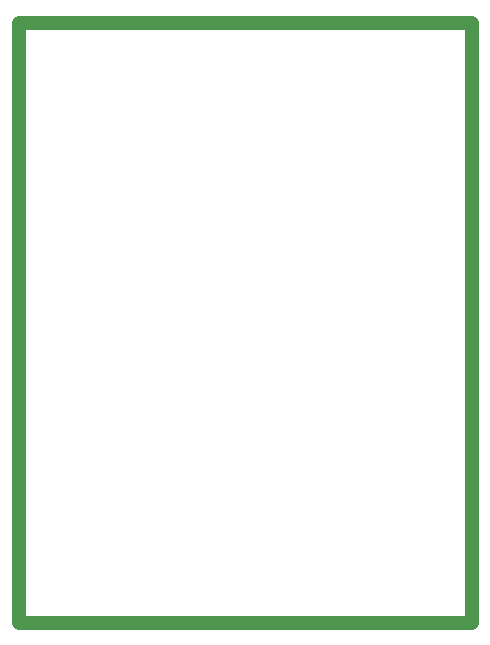
<source format=gm1>
%FSTAX23Y23*%
%MOIN*%
%SFA1B1*%

%IPPOS*%
%ADD29C,0.047244*%
%LNpcb_1-1*%
%LPD*%
G54D29*
X0Y0D02*
Y02D01*
X0151*
Y0D02*
Y02D01*
X0Y0D02*
X0151D01*
M02*
</source>
